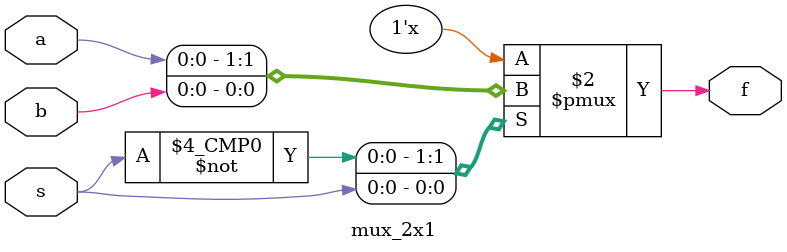
<source format=v>
`timescale 1ns / 1ps


module mux_2x1(
    input a,
    input b,
    input s,
    output reg f
    );
    
   // typedef enum logic [1:0]{S0,S1,S2,S3} input_select;
    //parameter S1=00, S2=01, S3=10,S4=11;
    
    always @* begin
    
      case(s)
      
        0 : f = a;
        1 : f = b;
    endcase
    end
endmodule

</source>
